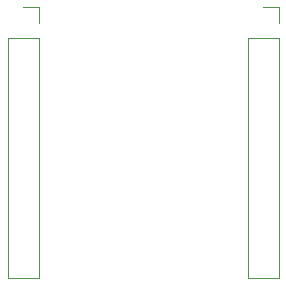
<source format=gbr>
%TF.GenerationSoftware,KiCad,Pcbnew,(5.1.9)-1*%
%TF.CreationDate,2023-01-12T13:49:32+03:00*%
%TF.ProjectId,STACK1,53544143-4b31-42e6-9b69-6361645f7063,rev?*%
%TF.SameCoordinates,Original*%
%TF.FileFunction,Legend,Bot*%
%TF.FilePolarity,Positive*%
%FSLAX46Y46*%
G04 Gerber Fmt 4.6, Leading zero omitted, Abs format (unit mm)*
G04 Created by KiCad (PCBNEW (5.1.9)-1) date 2023-01-12 13:49:32*
%MOMM*%
%LPD*%
G01*
G04 APERTURE LIST*
%ADD10C,0.120000*%
G04 APERTURE END LIST*
D10*
%TO.C,J1*%
X72450000Y-26610000D02*
X71120000Y-26610000D01*
X72450000Y-27940000D02*
X72450000Y-26610000D01*
X72450000Y-29210000D02*
X69790000Y-29210000D01*
X69790000Y-29210000D02*
X69790000Y-49590000D01*
X72450000Y-29210000D02*
X72450000Y-49590000D01*
X72450000Y-49590000D02*
X69790000Y-49590000D01*
%TO.C,J2*%
X52130000Y-49590000D02*
X49470000Y-49590000D01*
X52130000Y-29210000D02*
X52130000Y-49590000D01*
X49470000Y-29210000D02*
X49470000Y-49590000D01*
X52130000Y-29210000D02*
X49470000Y-29210000D01*
X52130000Y-27940000D02*
X52130000Y-26610000D01*
X52130000Y-26610000D02*
X50800000Y-26610000D01*
%TD*%
M02*

</source>
